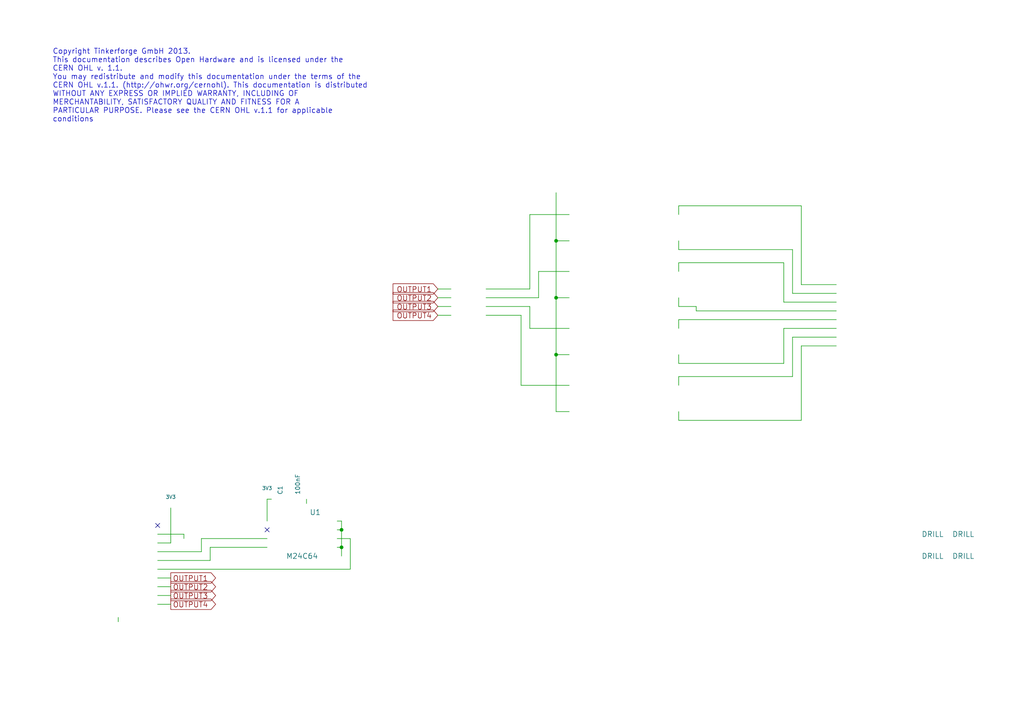
<source format=kicad_sch>
(kicad_sch (version 20230121) (generator eeschema)
  (paper "A4")
  (title_block (title "Industrial Quad Relay") (date "14 jan 2014") (rev "1.1") (company "Tinkerforge GmbH") (comment 1 "Licensed under CERN OHL v.1.1") (comment 2 "Copyright (©) 2013, B.Nordmeyer <bastian@tinkerforge.com>"))
  (lib_symbols)
  (junction (at 161.29 102.87))
  (junction (at 99.06 153.67))
  (junction (at 99.06 158.75))
  (junction (at 161.29 69.85))
  (junction (at 161.29 86.36))
  (no_connect (at 77.47 153.67))
  (no_connect (at 45.72 152.4))
  (wire (pts (xy 151.13 91.44) (xy 151.13 111.76)))
  (wire (pts (xy 130.81 88.9) (xy 127 88.9)))
  (wire (pts (xy 153.67 62.23) (xy 153.67 83.82)))
  (wire (pts (xy 196.85 72.39) (xy 229.87 72.39)))
  (wire (pts (xy 88.9 146.05) (xy 88.9 144.78)))
  (wire (pts (xy 161.29 102.87) (xy 165.1 102.87)))
  (wire (pts (xy 165.1 111.76) (xy 151.13 111.76)))
  (wire (pts (xy 156.21 78.74) (xy 165.1 78.74)))
  (wire (pts (xy 99.06 158.75) (xy 97.79 158.75)))
  (wire (pts (xy 196.85 105.41) (xy 196.85 102.87)))
  (wire (pts (xy 242.57 90.17) (xy 201.93 90.17)))
  (wire (pts (xy 153.67 83.82) (xy 140.97 83.82)))
  (wire (pts (xy 161.29 119.38) (xy 161.29 102.87)))
  (wire (pts (xy 58.42 156.21) (xy 58.42 160.02)))
  (wire (pts (xy 101.6 165.1) (xy 45.72 165.1)))
  (wire (pts (xy 127 91.44) (xy 130.81 91.44)))
  (wire (pts (xy 60.96 162.56) (xy 60.96 158.75)))
  (wire (pts (xy 49.53 157.48) (xy 49.53 147.32)))
  (wire (pts (xy 53.34 154.94) (xy 53.34 156.21)))
  (wire (pts (xy 196.85 121.92) (xy 232.41 121.92)))
  (wire (pts (xy 97.79 153.67) (xy 99.06 153.67)))
  (wire (pts (xy 196.85 92.71) (xy 242.57 92.71)))
  (wire (pts (xy 196.85 78.74) (xy 196.85 76.2)))
  (wire (pts (xy 153.67 88.9) (xy 140.97 88.9)))
  (wire (pts (xy 232.41 100.33) (xy 232.41 121.92)))
  (wire (pts (xy 34.29 180.34) (xy 34.29 179.07)))
  (wire (pts (xy 45.72 170.18) (xy 49.53 170.18)))
  (wire (pts (xy 140.97 86.36) (xy 156.21 86.36)))
  (wire (pts (xy 196.85 88.9) (xy 201.93 88.9)))
  (wire (pts (xy 49.53 167.64) (xy 45.72 167.64)))
  (wire (pts (xy 196.85 111.76) (xy 196.85 109.22)))
  (wire (pts (xy 227.33 95.25) (xy 242.57 95.25)))
  (wire (pts (xy 161.29 86.36) (xy 165.1 86.36)))
  (wire (pts (xy 196.85 109.22) (xy 229.87 109.22)))
  (wire (pts (xy 58.42 160.02) (xy 45.72 160.02)))
  (wire (pts (xy 196.85 76.2) (xy 227.33 76.2)))
  (wire (pts (xy 161.29 69.85) (xy 165.1 69.85)))
  (wire (pts (xy 227.33 76.2) (xy 227.33 87.63)))
  (wire (pts (xy 45.72 157.48) (xy 49.53 157.48)))
  (wire (pts (xy 101.6 156.21) (xy 101.6 165.1)))
  (wire (pts (xy 77.47 156.21) (xy 58.42 156.21)))
  (wire (pts (xy 153.67 95.25) (xy 165.1 95.25)))
  (wire (pts (xy 161.29 86.36) (xy 161.29 69.85)))
  (wire (pts (xy 45.72 162.56) (xy 60.96 162.56)))
  (wire (pts (xy 196.85 105.41) (xy 227.33 105.41)))
  (wire (pts (xy 227.33 87.63) (xy 242.57 87.63)))
  (wire (pts (xy 196.85 59.69) (xy 232.41 59.69)))
  (wire (pts (xy 45.72 154.94) (xy 53.34 154.94)))
  (wire (pts (xy 45.72 175.26) (xy 49.53 175.26)))
  (wire (pts (xy 201.93 88.9) (xy 201.93 90.17)))
  (wire (pts (xy 229.87 85.09) (xy 242.57 85.09)))
  (wire (pts (xy 229.87 109.22) (xy 229.87 97.79)))
  (wire (pts (xy 99.06 151.13) (xy 97.79 151.13)))
  (wire (pts (xy 99.06 153.67) (xy 99.06 151.13)))
  (wire (pts (xy 140.97 91.44) (xy 151.13 91.44)))
  (wire (pts (xy 161.29 102.87) (xy 161.29 86.36)))
  (wire (pts (xy 78.74 144.78) (xy 77.47 144.78)))
  (wire (pts (xy 196.85 95.25) (xy 196.85 92.71)))
  (wire (pts (xy 97.79 156.21) (xy 101.6 156.21)))
  (wire (pts (xy 227.33 105.41) (xy 227.33 95.25)))
  (wire (pts (xy 165.1 119.38) (xy 161.29 119.38)))
  (wire (pts (xy 153.67 62.23) (xy 165.1 62.23)))
  (wire (pts (xy 60.96 158.75) (xy 77.47 158.75)))
  (wire (pts (xy 196.85 121.92) (xy 196.85 119.38)))
  (wire (pts (xy 127 83.82) (xy 130.81 83.82)))
  (wire (pts (xy 49.53 172.72) (xy 45.72 172.72)))
  (wire (pts (xy 196.85 72.39) (xy 196.85 69.85)))
  (wire (pts (xy 229.87 72.39) (xy 229.87 85.09)))
  (wire (pts (xy 196.85 86.36) (xy 196.85 88.9)))
  (wire (pts (xy 242.57 100.33) (xy 232.41 100.33)))
  (wire (pts (xy 161.29 69.85) (xy 161.29 55.88)))
  (wire (pts (xy 232.41 82.55) (xy 242.57 82.55)))
  (wire (pts (xy 153.67 95.25) (xy 153.67 88.9)))
  (wire (pts (xy 196.85 62.23) (xy 196.85 59.69)))
  (wire (pts (xy 99.06 158.75) (xy 99.06 153.67)))
  (wire (pts (xy 232.41 59.69) (xy 232.41 82.55)))
  (wire (pts (xy 77.47 144.78) (xy 77.47 151.13)))
  (wire (pts (xy 229.87 97.79) (xy 242.57 97.79)))
  (wire (pts (xy 130.81 86.36) (xy 127 86.36)))
  (wire (pts (xy 99.06 161.29) (xy 99.06 158.75)))
  (wire (pts (xy 156.21 86.36) (xy 156.21 78.74)))
  (text "Copyright Tinkerforge GmbH 2013.\nThis documentation describes Open Hardware and is licensed under the\nCERN OHL v. 1.1.\nYou may redistribute and modify this documentation under the terms of the\nCERN OHL v.1.1. (http://ohwr.org/cernohl). This documentation is distributed\nWITHOUT ANY EXPRESS OR IMPLIED WARRANTY, INCLUDING OF\nMERCHANTABILITY, SATISFACTORY QUALITY AND FITNESS FOR A\nPARTICULAR PURPOSE. Please see the CERN OHL v.1.1 for applicable\nconditions\n" (at 15.24 35.56 0) (effects (font (size 1.524 1.524)) (justify left bottom)))
  (global_label "OUTPUT1" (shape input) (at 127 83.82 180) (effects (font (size 1.524 1.524))) (property "Intersheetrefs" "${INTERSHEET_REFS}" (effects hide)))
  (global_label "OUTPUT4" (shape input) (at 127 91.44 180) (effects (font (size 1.524 1.524))) (property "Intersheetrefs" "${INTERSHEET_REFS}" (effects hide)))
  (global_label "OUTPUT2" (shape input) (at 127 86.36 180) (effects (font (size 1.524 1.524))) (property "Intersheetrefs" "${INTERSHEET_REFS}" (effects hide)))
  (global_label "OUTPUT3" (shape input) (at 127 88.9 180) (effects (font (size 1.524 1.524))) (property "Intersheetrefs" "${INTERSHEET_REFS}" (effects hide)))
  (global_label "OUTPUT3" (shape output) (at 49.53 172.72 0) (effects (font (size 1.524 1.524))) (property "Intersheetrefs" "${INTERSHEET_REFS}" (effects hide)))
  (global_label "OUTPUT1" (shape output) (at 49.53 167.64 0) (effects (font (size 1.524 1.524))) (property "Intersheetrefs" "${INTERSHEET_REFS}" (effects hide)))
  (global_label "OUTPUT4" (shape output) (at 49.53 175.26 0) (effects (font (size 1.524 1.524))) (property "Intersheetrefs" "${INTERSHEET_REFS}" (effects hide)))
  (global_label "OUTPUT2" (shape output) (at 49.53 170.18 0) (effects (font (size 1.524 1.524))) (property "Intersheetrefs" "${INTERSHEET_REFS}" (effects hide)))
  (symbol (lib_id "CAT24C") (at 87.63 161.29 0) (mirror y) (unit 1)
    (property "Reference" "U1" (at 91.44 148.59 0) (effects (font (size 1.524 1.524))))
    (property "Value" "M24C64" (at 87.63 161.29 0) (effects (font (size 1.524 1.524))))
    (property "Footprint" "SOIC8" (effects hide))
  )
  (symbol (lib_id "CON-SENSOR") (at 34.29 163.83 0) (mirror y) (unit 1)
    (property "Reference" "P1" (at 29.21 149.86 0) (effects (font (size 1.524 1.524))))
    (property "Value" "CON-SENSOR" (at 29.21 163.83 90) (effects (font (size 1.524 1.524))))
    (property "Footprint" "CON-SENSOR" (effects hide))
  )
  (symbol (lib_id "3V3") (at 49.53 147.32 0) (unit 1)
    (property "Reference" "#PWR07" (effects hide))
    (property "Value" "3V3" (at 49.53 144.145 0) (effects (font (size 1.016 1.016))))
  )
  (symbol (lib_id "3V3") (at 77.47 144.78 0) (unit 1)
    (property "Reference" "#PWR06" (effects hide))
    (property "Value" "3V3" (at 77.47 141.605 0) (effects (font (size 1.016 1.016))))
  )
  (symbol (lib_id "GND") (at 99.06 161.29 0) (unit 1)
    (property "Reference" "#PWR05" (effects hide))
    (property "Value" "GND" (effects hide))
  )
  (symbol (lib_id "GND") (at 88.9 146.05 0) (unit 1)
    (property "Reference" "#PWR04" (effects hide))
    (property "Value" "GND" (effects hide))
  )
  (symbol (lib_id "C") (at 83.82 144.78 90) (unit 1)
    (property "Reference" "C1" (at 81.28 143.51 0) (effects (justify left)))
    (property "Value" "100nF" (at 86.36 143.51 0) (effects (justify left)))
    (property "Footprint" "C0603" (effects hide))
  )
  (symbol (lib_id "GND") (at 53.34 156.21 0) (unit 1)
    (property "Reference" "#PWR03" (effects hide))
    (property "Value" "GND" (effects hide))
  )
  (symbol (lib_id "CONN_8") (at 251.46 91.44 0) (unit 1)
    (property "Reference" "P2" (at 250.19 91.44 90) (effects (font (size 1.524 1.524))))
    (property "Value" "Digital Output" (at 252.73 91.44 90) (effects (font (size 1.524 1.524))))
    (property "Footprint" "OQ_8P" (effects hide))
  )
  (symbol (lib_id "DRILL") (at 279.4 161.29 0) (unit 1)
    (property "Reference" "U9" (effects hide))
    (property "Value" "DRILL" (at 279.4 161.29 0) (effects (font (size 1.524 1.524))))
    (property "Footprint" "DRILL_NP" (effects hide))
  )
  (symbol (lib_id "DRILL") (at 279.4 154.94 0) (unit 1)
    (property "Reference" "U8" (effects hide))
    (property "Value" "DRILL" (at 279.4 154.94 0) (effects (font (size 1.524 1.524))))
    (property "Footprint" "DRILL_NP" (effects hide))
  )
  (symbol (lib_id "DRILL") (at 270.51 154.94 0) (unit 1)
    (property "Reference" "U6" (effects hide))
    (property "Value" "DRILL" (at 270.51 154.94 0) (effects (font (size 1.524 1.524))))
    (property "Footprint" "DRILL_NP" (effects hide))
  )
  (symbol (lib_id "DRILL") (at 270.51 161.29 0) (unit 1)
    (property "Reference" "U7" (effects hide))
    (property "Value" "DRILL" (at 270.51 161.29 0) (effects (font (size 1.524 1.524))))
    (property "Footprint" "DRILL_NP" (effects hide))
  )
  (symbol (lib_id "GND") (at 34.29 180.34 0) (unit 1)
    (property "Reference" "#PWR02" (effects hide))
    (property "Value" "GND" (effects hide))
  )
  (symbol (lib_id "R_PACK4") (at 135.89 92.71 0) (unit 1)
    (property "Reference" "RP1" (at 135.89 81.28 0) (effects (font (size 1.016 1.016))))
    (property "Value" "1k" (at 135.89 93.98 0) (effects (font (size 1.016 1.016))))
    (property "Footprint" "0603X4" (effects hide))
  )
  (symbol (lib_id "OPTO-TRANSISTOR_MOSFET") (at 181.61 66.04 0) (mirror x) (unit 1)
    (property "Reference" "U2" (at 186.69 72.39 0) (effects (font (size 1.524 1.524))))
    (property "Value" "CPC1020N" (at 181.61 59.69 0) (effects (font (size 1.524 1.524))))
    (property "Footprint" "SOP4-WIDE" (effects hide))
  )
  (symbol (lib_id "OPTO-TRANSISTOR_MOSFET") (at 181.61 82.55 0) (mirror x) (unit 1)
    (property "Reference" "U3" (at 186.69 88.9 0) (effects (font (size 1.524 1.524))))
    (property "Value" "CPC1020N" (at 181.61 76.2 0) (effects (font (size 1.524 1.524))))
    (property "Footprint" "SOP4-WIDE" (effects hide))
  )
  (symbol (lib_id "OPTO-TRANSISTOR_MOSFET") (at 181.61 99.06 0) (mirror x) (unit 1)
    (property "Reference" "U4" (at 186.69 105.41 0) (effects (font (size 1.524 1.524))))
    (property "Value" "CPC1020N" (at 181.61 92.71 0) (effects (font (size 1.524 1.524))))
    (property "Footprint" "SOP4-WIDE" (effects hide))
  )
  (symbol (lib_id "OPTO-TRANSISTOR_MOSFET") (at 181.61 115.57 0) (mirror x) (unit 1)
    (property "Reference" "U5" (at 186.69 121.92 0) (effects (font (size 1.524 1.524))))
    (property "Value" "CPC1020N" (at 181.61 109.22 0) (effects (font (size 1.524 1.524))))
    (property "Footprint" "SOP4-WIDE" (effects hide))
  )
  (symbol (lib_id "Varistor") (at 201.93 66.04 0) (unit 1)
    (property "Reference" "R1" (at 204.47 64.77 90))
    (property "Value" "VJ13PC0300KBA" (at 199.39 66.04 90))
    (property "Footprint" "R1210" (effects hide))
  )
  (symbol (lib_id "Varistor") (at 201.93 82.55 0) (unit 1)
    (property "Reference" "R2" (at 204.47 81.28 90))
    (property "Value" "VJ13PC0300KBA" (at 199.39 82.55 90))
    (property "Footprint" "R1210" (effects hide))
  )
  (symbol (lib_id "Varistor") (at 201.93 99.06 0) (unit 1)
    (property "Reference" "R3" (at 204.47 97.79 90))
    (property "Value" "VJ13PC0300KBA" (at 199.39 99.06 90))
    (property "Footprint" "R1210" (effects hide))
  )
  (symbol (lib_id "Varistor") (at 201.93 115.57 0) (unit 1)
    (property "Reference" "R4" (at 204.47 114.3 90))
    (property "Value" "VJ13PC0300KBA" (at 199.39 115.57 90))
    (property "Footprint" "R1210" (effects hide))
  )
  (symbol (lib_id "3V3") (at 161.29 55.88 0) (unit 1)
    (property "Reference" "#PWR01" (effects hide))
    (property "Value" "3V3" (at 161.29 52.705 0) (effects (font (size 1.016 1.016))))
  )
)
</source>
